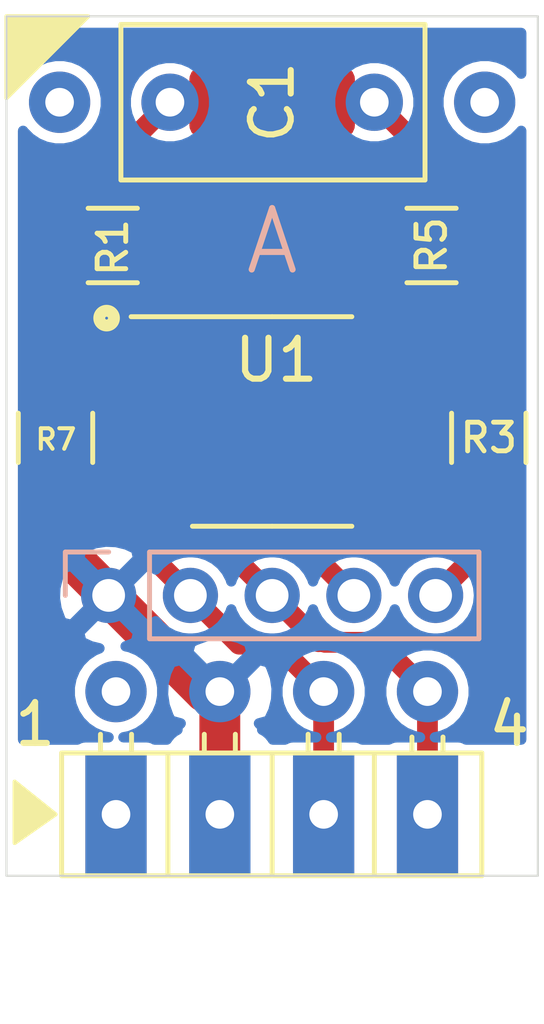
<source format=kicad_pcb>
(kicad_pcb (version 20171130) (host pcbnew "(5.1.2-1)-1")

  (general
    (thickness 0.8)
    (drawings 12)
    (tracks 48)
    (zones 0)
    (modules 10)
    (nets 15)
  )

  (page A4)
  (layers
    (0 F.Cu signal)
    (31 B.Cu signal)
    (32 B.Adhes user hide)
    (33 F.Adhes user hide)
    (36 B.SilkS user)
    (37 F.SilkS user)
    (38 B.Mask user)
    (39 F.Mask user)
    (40 Dwgs.User user)
    (41 Cmts.User user hide)
    (44 Edge.Cuts user)
    (45 Margin user hide)
    (46 B.CrtYd user hide)
    (47 F.CrtYd user)
    (48 B.Fab user hide)
    (49 F.Fab user hide)
  )

  (setup
    (last_trace_width 0.1524)
    (user_trace_width 0.25)
    (user_trace_width 0.28)
    (user_trace_width 0.3)
    (user_trace_width 0.35)
    (user_trace_width 0.4)
    (user_trace_width 0.5)
    (user_trace_width 1)
    (trace_clearance 0.1524)
    (zone_clearance 0.254)
    (zone_45_only no)
    (trace_min 0.1524)
    (via_size 0.508)
    (via_drill 0.254)
    (via_min_size 0.508)
    (via_min_drill 0.254)
    (uvia_size 0.508)
    (uvia_drill 0.254)
    (uvias_allowed no)
    (uvia_min_size 0.2)
    (uvia_min_drill 0.1)
    (edge_width 0.15)
    (segment_width 0.1)
    (pcb_text_width 0.3)
    (pcb_text_size 1.5 1.5)
    (mod_edge_width 0.15)
    (mod_text_size 1 1)
    (mod_text_width 0.15)
    (pad_size 1.5 1.5)
    (pad_drill 0.7)
    (pad_to_mask_clearance 0.051)
    (solder_mask_min_width 0.25)
    (aux_axis_origin 0 0)
    (grid_origin 110 89)
    (visible_elements FFFFFF7F)
    (pcbplotparams
      (layerselection 0x010f0_ffffffff)
      (usegerberextensions false)
      (usegerberattributes false)
      (usegerberadvancedattributes false)
      (creategerberjobfile false)
      (excludeedgelayer true)
      (linewidth 0.100000)
      (plotframeref false)
      (viasonmask false)
      (mode 1)
      (useauxorigin false)
      (hpglpennumber 1)
      (hpglpenspeed 20)
      (hpglpendiameter 15.000000)
      (psnegative false)
      (psa4output false)
      (plotreference true)
      (plotvalue true)
      (plotinvisibletext false)
      (padsonsilk false)
      (subtractmaskfromsilk false)
      (outputformat 1)
      (mirror false)
      (drillshape 0)
      (scaleselection 1)
      (outputdirectory ""))
  )

  (net 0 "")
  (net 1 "Net-(C1-Pad1)")
  (net 2 "Net-(C1-Pad2)")
  (net 3 "Net-(U1-Pad1)")
  (net 4 "Net-(U1-Pad5)")
  (net 5 "Net-(U1-Pad8)")
  (net 6 "Net-(R5-Pad2)")
  (net 7 "Net-(J13-Pad1)")
  (net 8 "Net-(J15-Pad1)")
  (net 9 "Net-(J11-Pad1)")
  (net 10 -in)
  (net 11 out)
  (net 12 +in)
  (net 13 +V)
  (net 14 -V)

  (net_class Default "This is the default net class."
    (clearance 0.1524)
    (trace_width 0.1524)
    (via_dia 0.508)
    (via_drill 0.254)
    (uvia_dia 0.508)
    (uvia_drill 0.254)
  )

  (net_class SMD ""
    (clearance 0.1524)
    (trace_width 0.254)
    (via_dia 0.508)
    (via_drill 0.254)
    (uvia_dia 0.508)
    (uvia_drill 0.254)
  )

  (net_class grounds ""
    (clearance 0.254)
    (trace_width 1)
    (via_dia 0.762)
    (via_drill 0.381)
    (uvia_dia 0.762)
    (uvia_drill 0.381)
  )

  (net_class power ""
    (clearance 0.254)
    (trace_width 1)
    (via_dia 0.762)
    (via_drill 0.254)
    (uvia_dia 0.508)
    (uvia_drill 0.254)
  )

  (net_class signal ""
    (clearance 0.2)
    (trace_width 0.508)
    (via_dia 0.762)
    (via_drill 0.381)
    (uvia_dia 0.762)
    (uvia_drill 0.381)
    (add_net +V)
    (add_net +in)
    (add_net -V)
    (add_net -in)
    (add_net "Net-(C1-Pad1)")
    (add_net "Net-(C1-Pad2)")
    (add_net "Net-(J11-Pad1)")
    (add_net "Net-(J13-Pad1)")
    (add_net "Net-(J15-Pad1)")
    (add_net "Net-(R5-Pad2)")
    (add_net "Net-(U1-Pad1)")
    (add_net "Net-(U1-Pad5)")
    (add_net "Net-(U1-Pad8)")
    (add_net out)
  )

  (net_class soic ""
    (clearance 0.1524)
    (trace_width 0.4)
    (via_dia 0.508)
    (via_drill 0.254)
    (uvia_dia 0.508)
    (uvia_drill 0.254)
  )

  (module "Duallys:R_0805(1206)combo" (layer F.Cu) (tedit 5FE133FD) (tstamp 5FDEA289)
    (at 111.2 78.3 270)
    (descr "Resistor SMD 1206 (3216 Metric), square (rectangular) end terminal, IPC_7351 nominal, (Body size source: http://www.tortai-tech.com/upload/download/2011102023233369053.pdf), generated with kicad-footprint-generator")
    (tags resistor)
    (path /5CA9F7C7)
    (attr smd)
    (fp_text reference R7 (at 0.04 -0.01 180) (layer F.SilkS)
      (effects (font (size 0.5 0.5) (thickness 0.1)))
    )
    (fp_text value 21R5 (at 0 1.82 90) (layer F.Fab)
      (effects (font (size 1 1) (thickness 0.15)))
    )
    (fp_text user %R (at 0 0 90) (layer F.Fab)
      (effects (font (size 0.8 0.8) (thickness 0.12)))
    )
    (fp_line (start 2.28 1.12) (end -2.28 1.12) (layer F.CrtYd) (width 0.05))
    (fp_line (start 2.28 -1.12) (end 2.28 1.12) (layer F.CrtYd) (width 0.05))
    (fp_line (start -2.28 -1.12) (end 2.28 -1.12) (layer F.CrtYd) (width 0.05))
    (fp_line (start -2.28 1.12) (end -2.28 -1.12) (layer F.CrtYd) (width 0.05))
    (fp_line (start -0.602064 0.91) (end 0.602064 0.91) (layer F.SilkS) (width 0.12))
    (fp_line (start -0.602064 -0.91) (end 0.602064 -0.91) (layer F.SilkS) (width 0.12))
    (fp_line (start 1.6 0.8) (end -1.6 0.8) (layer F.Fab) (width 0.1))
    (fp_line (start 1.6 -0.8) (end 1.6 0.8) (layer F.Fab) (width 0.1))
    (fp_line (start -1.6 -0.8) (end 1.6 -0.8) (layer F.Fab) (width 0.1))
    (fp_line (start -1.6 0.8) (end -1.6 -0.8) (layer F.Fab) (width 0.1))
    (pad 2 smd roundrect (at 1.025 0 270) (size 1.15 1.4) (layers F.Cu F.Paste F.Mask) (roundrect_rratio 0.217)
      (net 10 -in))
    (pad 1 smd roundrect (at -1.025 0 270) (size 1.15 1.4) (layers F.Cu F.Paste F.Mask) (roundrect_rratio 0.217)
      (net 1 "Net-(C1-Pad1)"))
    (pad 2 smd roundrect (at 1.4 0 270) (size 1.25 1.75) (layers F.Cu F.Paste F.Mask) (roundrect_rratio 0.2)
      (net 10 -in))
    (pad 1 smd roundrect (at -1.4 0 270) (size 1.25 1.75) (layers F.Cu F.Paste F.Mask) (roundrect_rratio 0.2)
      (net 1 "Net-(C1-Pad1)"))
    (model ${KISYS3DMOD}/Resistor_SMD.3dshapes/R_0805_2012Metric.wrl
      (at (xyz 0 0 0))
      (scale (xyz 1 1 1))
      (rotate (xyz 0 0 0))
    )
  )

  (module Duallys:PinHeader_1x05_P2mm_With (layer B.Cu) (tedit 5FDE3665) (tstamp 5FDE2B43)
    (at 112.5 82.15 270)
    (descr "Through hole straight pin header, 1x05, 2.00mm pitch, single row")
    (tags "Through hole pin header THT 1x05 2.00mm single row")
    (path /5FDED4BE)
    (fp_text reference J1 (at 0 2.06 270) (layer B.SilkS) hide
      (effects (font (size 1 1) (thickness 0.15)) (justify mirror))
    )
    (fp_text value Conn_01x05 (at 0 -10.06 270) (layer B.Fab)
      (effects (font (size 1 1) (thickness 0.15)) (justify mirror))
    )
    (fp_text user %R (at 0 -4) (layer B.Fab)
      (effects (font (size 1 1) (thickness 0.15)) (justify mirror))
    )
    (fp_line (start 1.5 1.5) (end -1.5 1.5) (layer B.CrtYd) (width 0.05))
    (fp_line (start 1.5 -9.5) (end 1.5 1.5) (layer B.CrtYd) (width 0.05))
    (fp_line (start -1.5 -9.5) (end 1.5 -9.5) (layer B.CrtYd) (width 0.05))
    (fp_line (start -1.5 1.5) (end -1.5 -9.5) (layer B.CrtYd) (width 0.05))
    (fp_line (start -1.06 1.06) (end 0 1.06) (layer B.SilkS) (width 0.12))
    (fp_line (start -1.06 0) (end -1.06 1.06) (layer B.SilkS) (width 0.12))
    (fp_line (start -1.06 -1) (end 1.06 -1) (layer B.SilkS) (width 0.12))
    (fp_line (start 1.06 -1) (end 1.06 -9.06) (layer B.SilkS) (width 0.12))
    (fp_line (start -1.06 -1) (end -1.06 -9.06) (layer B.SilkS) (width 0.12))
    (fp_line (start -1.06 -9.06) (end 1.06 -9.06) (layer B.SilkS) (width 0.12))
    (fp_line (start -1 0.5) (end -0.5 1) (layer B.Fab) (width 0.1))
    (fp_line (start -1 -9) (end -1 0.5) (layer B.Fab) (width 0.1))
    (fp_line (start 1 -9) (end -1 -9) (layer B.Fab) (width 0.1))
    (fp_line (start 1 1) (end 1 -9) (layer B.Fab) (width 0.1))
    (fp_line (start -0.5 1) (end 1 1) (layer B.Fab) (width 0.1))
    (pad 5 thru_hole oval (at 0 -8 270) (size 1.35 1.35) (drill 0.8) (layers *.Cu *.Mask)
      (net 11 out))
    (pad 4 thru_hole oval (at 0 -6 270) (size 1.35 1.35) (drill 0.8) (layers *.Cu *.Mask)
      (net 13 +V))
    (pad 3 thru_hole oval (at 0 -4 270) (size 1.35 1.35) (drill 0.8) (layers *.Cu *.Mask)
      (net 14 -V))
    (pad 2 thru_hole oval (at 0 -2 270) (size 1.35 1.35) (drill 0.8) (layers *.Cu *.Mask)
      (net 12 +in))
    (pad 1 thru_hole circle (at 0 0 270) (size 1.35 1.35) (drill 0.8) (layers *.Cu *.Mask)
      (net 10 -in))
    (model ${KIPRJMOD}/lib/3d/tmm-105-03-l-s.stp
      (offset (xyz 0 1 0))
      (scale (xyz 1 1 1))
      (rotate (xyz 90 180 -90))
    )
  )

  (module Duallys:Kemet-33nF (layer F.Cu) (tedit 5FDD33E3) (tstamp 5FDE4A75)
    (at 114 70.1)
    (descr "C, Rect series, Radial, pin pitch=5.00mm, , length*width=7.2*5.5mm^2, Capacitor, http://www.wima.com/EN/WIMA_FKS_2.pdf")
    (tags "C Rect series Radial pin pitch 5.00mm  length 7.2mm width 5.5mm Capacitor")
    (path /5D561DDD)
    (fp_text reference C1 (at 2.5 0 90) (layer F.SilkS)
      (effects (font (size 1 1) (thickness 0.15)))
    )
    (fp_text value 33n (at 2.5 -3.5) (layer F.SilkS) hide
      (effects (font (size 1 1) (thickness 0.15)))
    )
    (fp_line (start 6.35 -2) (end -1.3 -2) (layer F.CrtYd) (width 0.05))
    (fp_line (start 6.35 2) (end 6.35 -2) (layer F.CrtYd) (width 0.05))
    (fp_line (start -1.3 2) (end 6.35 2) (layer F.CrtYd) (width 0.05))
    (fp_line (start -1.3 -2) (end -1.3 2) (layer F.CrtYd) (width 0.05))
    (fp_line (start 6.24 -1.9) (end 6.24 1.9) (layer F.SilkS) (width 0.12))
    (fp_line (start -1.2 -1.9) (end -1.2 1.9) (layer F.SilkS) (width 0.12))
    (fp_line (start -1.2 1.9) (end 6.24 1.9) (layer F.SilkS) (width 0.12))
    (fp_line (start -1.2 -1.9) (end 6.24 -1.9) (layer F.SilkS) (width 0.12))
    (fp_line (start 6.1 -1.75) (end -1.1 -1.75) (layer F.Fab) (width 0.1))
    (fp_line (start 6.1 1.75) (end 6.1 -1.75) (layer F.Fab) (width 0.1))
    (fp_line (start -1.1 1.75) (end 6.1 1.75) (layer F.Fab) (width 0.1))
    (fp_line (start -1.1 -1.75) (end -1.1 1.75) (layer F.Fab) (width 0.1))
    (pad 2 smd roundrect (at 3.9 0) (size 1.25 1.75) (layers F.Cu F.Paste F.Mask) (roundrect_rratio 0.25)
      (net 2 "Net-(C1-Pad2)"))
    (pad 1 smd roundrect (at 1.1 0) (size 1.25 1.75) (layers F.Cu F.Paste F.Mask) (roundrect_rratio 0.25)
      (net 1 "Net-(C1-Pad1)"))
    (pad 2 thru_hole circle (at 5 0) (size 1.4 1.4) (drill 0.7) (layers *.Cu *.Mask)
      (net 2 "Net-(C1-Pad2)"))
    (pad 1 thru_hole circle (at 0 0) (size 1.4 1.4) (drill 0.7) (layers *.Cu *.Mask)
      (net 1 "Net-(C1-Pad1)"))
    (model ${KIPRJMOD}/Lib/3D/Kem-PHE-33n.step
      (at (xyz 0 0 0))
      (scale (xyz 1 1 1))
      (rotate (xyz 0 0 0))
    )
  )

  (module Package_SO:SOIC-8_3.9x4.9mm_P1.27mm (layer F.Cu) (tedit 5C97300E) (tstamp 5FD66487)
    (at 116.5 77.9)
    (descr "SOIC, 8 Pin (JEDEC MS-012AA, https://www.analog.com/media/en/package-pcb-resources/package/pkg_pdf/soic_narrow-r/r_8.pdf), generated with kicad-footprint-generator ipc_gullwing_generator.py")
    (tags "SOIC SO")
    (path /5CA2286C)
    (attr smd)
    (fp_text reference U1 (at 0.1 -1.5) (layer F.SilkS)
      (effects (font (size 1 1) (thickness 0.15)))
    )
    (fp_text value OPA1611 (at 0 3.4) (layer F.Fab)
      (effects (font (size 1 1) (thickness 0.15)))
    )
    (fp_line (start 0 2.56) (end 1.95 2.56) (layer F.SilkS) (width 0.12))
    (fp_line (start 0 2.56) (end -1.95 2.56) (layer F.SilkS) (width 0.12))
    (fp_line (start 0 -2.56) (end 1.95 -2.56) (layer F.SilkS) (width 0.12))
    (fp_line (start 0 -2.56) (end -3.45 -2.56) (layer F.SilkS) (width 0.12))
    (fp_line (start -0.975 -2.45) (end 1.95 -2.45) (layer F.Fab) (width 0.1))
    (fp_line (start 1.95 -2.45) (end 1.95 2.45) (layer F.Fab) (width 0.1))
    (fp_line (start 1.95 2.45) (end -1.95 2.45) (layer F.Fab) (width 0.1))
    (fp_line (start -1.95 2.45) (end -1.95 -1.475) (layer F.Fab) (width 0.1))
    (fp_line (start -1.95 -1.475) (end -0.975 -2.45) (layer F.Fab) (width 0.1))
    (fp_line (start -3.7 -2.7) (end -3.7 2.7) (layer F.CrtYd) (width 0.05))
    (fp_line (start -3.7 2.7) (end 3.7 2.7) (layer F.CrtYd) (width 0.05))
    (fp_line (start 3.7 2.7) (end 3.7 -2.7) (layer F.CrtYd) (width 0.05))
    (fp_line (start 3.7 -2.7) (end -3.7 -2.7) (layer F.CrtYd) (width 0.05))
    (fp_text user %R (at 0 0) (layer F.Fab)
      (effects (font (size 0.5 0.5) (thickness 0.1)))
    )
    (pad 1 smd roundrect (at -2.475 -1.905) (size 1.95 0.6) (layers F.Cu F.Paste F.Mask) (roundrect_rratio 0.25)
      (net 3 "Net-(U1-Pad1)"))
    (pad 2 smd roundrect (at -2.475 -0.635) (size 1.95 0.6) (layers F.Cu F.Paste F.Mask) (roundrect_rratio 0.25)
      (net 1 "Net-(C1-Pad1)"))
    (pad 3 smd roundrect (at -2.475 0.635) (size 1.95 0.6) (layers F.Cu F.Paste F.Mask) (roundrect_rratio 0.25)
      (net 12 +in))
    (pad 4 smd roundrect (at -2.475 1.905) (size 1.95 0.6) (layers F.Cu F.Paste F.Mask) (roundrect_rratio 0.25)
      (net 14 -V))
    (pad 5 smd roundrect (at 2.475 1.905) (size 1.95 0.6) (layers F.Cu F.Paste F.Mask) (roundrect_rratio 0.25)
      (net 4 "Net-(U1-Pad5)"))
    (pad 6 smd roundrect (at 2.475 0.635) (size 1.95 0.6) (layers F.Cu F.Paste F.Mask) (roundrect_rratio 0.25)
      (net 6 "Net-(R5-Pad2)"))
    (pad 7 smd roundrect (at 2.475 -0.635) (size 1.95 0.6) (layers F.Cu F.Paste F.Mask) (roundrect_rratio 0.25)
      (net 13 +V))
    (pad 8 smd roundrect (at 2.475 -1.905) (size 1.95 0.6) (layers F.Cu F.Paste F.Mask) (roundrect_rratio 0.25)
      (net 5 "Net-(U1-Pad8)"))
    (model ${KISYS3DMOD}/Package_SO.3dshapes/SOIC-8_3.9x4.9mm_P1.27mm.wrl
      (at (xyz 0 0 0))
      (scale (xyz 1 1 1))
      (rotate (xyz 0 0 0))
    )
  )

  (module Resistor_SMD:R_1206_3216Metric (layer F.Cu) (tedit 5B301BBD) (tstamp 5FDE37E2)
    (at 112.6 73.6 180)
    (descr "Resistor SMD 1206 (3216 Metric), square (rectangular) end terminal, IPC_7351 nominal, (Body size source: http://www.tortai-tech.com/upload/download/2011102023233369053.pdf), generated with kicad-footprint-generator")
    (tags resistor)
    (path /5D561CE0)
    (attr smd)
    (fp_text reference R1 (at 0 -0.05 270) (layer F.SilkS)
      (effects (font (size 0.7 0.7) (thickness 0.12)))
    )
    (fp_text value 2k26 (at 0 1.82) (layer F.Fab)
      (effects (font (size 1 1) (thickness 0.15)))
    )
    (fp_text user %R (at 0 0) (layer F.Fab)
      (effects (font (size 0.8 0.8) (thickness 0.12)))
    )
    (fp_line (start 2.28 1.12) (end -2.28 1.12) (layer F.CrtYd) (width 0.05))
    (fp_line (start 2.28 -1.12) (end 2.28 1.12) (layer F.CrtYd) (width 0.05))
    (fp_line (start -2.28 -1.12) (end 2.28 -1.12) (layer F.CrtYd) (width 0.05))
    (fp_line (start -2.28 1.12) (end -2.28 -1.12) (layer F.CrtYd) (width 0.05))
    (fp_line (start -0.602064 0.91) (end 0.602064 0.91) (layer F.SilkS) (width 0.12))
    (fp_line (start -0.602064 -0.91) (end 0.602064 -0.91) (layer F.SilkS) (width 0.12))
    (fp_line (start 1.6 0.8) (end -1.6 0.8) (layer F.Fab) (width 0.1))
    (fp_line (start 1.6 -0.8) (end 1.6 0.8) (layer F.Fab) (width 0.1))
    (fp_line (start -1.6 -0.8) (end 1.6 -0.8) (layer F.Fab) (width 0.1))
    (fp_line (start -1.6 0.8) (end -1.6 -0.8) (layer F.Fab) (width 0.1))
    (pad 2 smd roundrect (at 1.4 0 180) (size 1.25 1.75) (layers F.Cu F.Paste F.Mask) (roundrect_rratio 0.2)
      (net 1 "Net-(C1-Pad1)"))
    (pad 1 smd roundrect (at -1.4 0 180) (size 1.25 1.75) (layers F.Cu F.Paste F.Mask) (roundrect_rratio 0.2)
      (net 2 "Net-(C1-Pad2)"))
    (model ${KISYS3DMOD}/Resistor_SMD.3dshapes/R_1206_3216Metric.wrl
      (at (xyz 0 0 0))
      (scale (xyz 1 1 1))
      (rotate (xyz 0 0 0))
    )
  )

  (module Resistor_SMD:R_1206_3216Metric (layer F.Cu) (tedit 5B301BBD) (tstamp 5FD79CE3)
    (at 121.8 78.3 90)
    (descr "Resistor SMD 1206 (3216 Metric), square (rectangular) end terminal, IPC_7351 nominal, (Body size source: http://www.tortai-tech.com/upload/download/2011102023233369053.pdf), generated with kicad-footprint-generator")
    (tags resistor)
    (path /5D9AC618)
    (attr smd)
    (fp_text reference R3 (at 0 0 180) (layer F.SilkS)
      (effects (font (size 0.7 0.7) (thickness 0.12)))
    )
    (fp_text value 3k (at 0 1.82 90) (layer F.Fab)
      (effects (font (size 1 1) (thickness 0.15)))
    )
    (fp_line (start -1.6 0.8) (end -1.6 -0.8) (layer F.Fab) (width 0.1))
    (fp_line (start -1.6 -0.8) (end 1.6 -0.8) (layer F.Fab) (width 0.1))
    (fp_line (start 1.6 -0.8) (end 1.6 0.8) (layer F.Fab) (width 0.1))
    (fp_line (start 1.6 0.8) (end -1.6 0.8) (layer F.Fab) (width 0.1))
    (fp_line (start -0.602064 -0.91) (end 0.602064 -0.91) (layer F.SilkS) (width 0.12))
    (fp_line (start -0.602064 0.91) (end 0.602064 0.91) (layer F.SilkS) (width 0.12))
    (fp_line (start -2.28 1.12) (end -2.28 -1.12) (layer F.CrtYd) (width 0.05))
    (fp_line (start -2.28 -1.12) (end 2.28 -1.12) (layer F.CrtYd) (width 0.05))
    (fp_line (start 2.28 -1.12) (end 2.28 1.12) (layer F.CrtYd) (width 0.05))
    (fp_line (start 2.28 1.12) (end -2.28 1.12) (layer F.CrtYd) (width 0.05))
    (fp_text user %R (at 0 0 90) (layer F.Fab)
      (effects (font (size 0.8 0.8) (thickness 0.12)))
    )
    (pad 1 smd roundrect (at -1.4 0 90) (size 1.25 1.75) (layers F.Cu F.Paste F.Mask) (roundrect_rratio 0.2)
      (net 11 out))
    (pad 2 smd roundrect (at 1.4 0 90) (size 1.25 1.75) (layers F.Cu F.Paste F.Mask) (roundrect_rratio 0.2)
      (net 2 "Net-(C1-Pad2)"))
    (model ${KISYS3DMOD}/Resistor_SMD.3dshapes/R_1206_3216Metric.wrl
      (at (xyz 0 0 0))
      (scale (xyz 1 1 1))
      (rotate (xyz 0 0 0))
    )
  )

  (module Resistor_SMD:R_1206_3216Metric (layer F.Cu) (tedit 5B301BBD) (tstamp 5FDEA460)
    (at 120.4 73.6 180)
    (descr "Resistor SMD 1206 (3216 Metric), square (rectangular) end terminal, IPC_7351 nominal, (Body size source: http://www.tortai-tech.com/upload/download/2011102023233369053.pdf), generated with kicad-footprint-generator")
    (tags resistor)
    (path /64983F7D)
    (attr smd)
    (fp_text reference R5 (at 0 0 270) (layer F.SilkS)
      (effects (font (size 0.7 0.7) (thickness 0.12)))
    )
    (fp_text value 75 (at 0 1.82) (layer F.Fab)
      (effects (font (size 1 1) (thickness 0.15)))
    )
    (fp_text user %R (at 0 0) (layer F.Fab)
      (effects (font (size 0.8 0.8) (thickness 0.12)))
    )
    (fp_line (start 2.28 1.12) (end -2.28 1.12) (layer F.CrtYd) (width 0.05))
    (fp_line (start 2.28 -1.12) (end 2.28 1.12) (layer F.CrtYd) (width 0.05))
    (fp_line (start -2.28 -1.12) (end 2.28 -1.12) (layer F.CrtYd) (width 0.05))
    (fp_line (start -2.28 1.12) (end -2.28 -1.12) (layer F.CrtYd) (width 0.05))
    (fp_line (start -0.602064 0.91) (end 0.602064 0.91) (layer F.SilkS) (width 0.12))
    (fp_line (start -0.602064 -0.91) (end 0.602064 -0.91) (layer F.SilkS) (width 0.12))
    (fp_line (start 1.6 0.8) (end -1.6 0.8) (layer F.Fab) (width 0.1))
    (fp_line (start 1.6 -0.8) (end 1.6 0.8) (layer F.Fab) (width 0.1))
    (fp_line (start -1.6 -0.8) (end 1.6 -0.8) (layer F.Fab) (width 0.1))
    (fp_line (start -1.6 0.8) (end -1.6 -0.8) (layer F.Fab) (width 0.1))
    (pad 2 smd roundrect (at 1.4 0 180) (size 1.25 1.75) (layers F.Cu F.Paste F.Mask) (roundrect_rratio 0.2)
      (net 6 "Net-(R5-Pad2)"))
    (pad 1 smd roundrect (at -1.4 0 180) (size 1.25 1.75) (layers F.Cu F.Paste F.Mask) (roundrect_rratio 0.2)
      (net 2 "Net-(C1-Pad2)"))
    (model ${KISYS3DMOD}/Resistor_SMD.3dshapes/R_1206_3216Metric.wrl
      (at (xyz 0 0 0))
      (scale (xyz 1 1 1))
      (rotate (xyz 0 0 0))
    )
  )

  (module Duallys:Combo-4P-Preci-A (layer F.Cu) (tedit 5FD78565) (tstamp 5FDA6194)
    (at 112.68 84.5)
    (descr "Through hole angled pin header, 1x04, 2.54mm pitch, 6mm pin length, single row")
    (tags "Through hole angled pin header THT 1x04 2.54mm single row")
    (path /5F616F58)
    (fp_text reference J11 (at 3.86 -1.67) (layer F.SilkS) hide
      (effects (font (size 1 1) (thickness 0.15)))
    )
    (fp_text value Conn_01x04 (at 4.14 8.96) (layer F.Fab)
      (effects (font (size 1 1) (thickness 0.15)))
    )
    (fp_line (start 8.89 2.135) (end 8.88 4.5) (layer F.Fab) (width 0.1))
    (fp_line (start 8.88 4.5) (end -1.28 4.5) (layer F.Fab) (width 0.1))
    (fp_line (start -1.28 4.5) (end -1.28 1.55) (layer F.Fab) (width 0.1))
    (fp_line (start -1.28 1.55) (end 8.27 1.55) (layer F.Fab) (width 0.1))
    (fp_line (start 8.27 1.55) (end 8.89 2.135) (layer F.Fab) (width 0.1))
    (fp_line (start 7.94 0) (end 7.94 1.5) (layer F.Fab) (width 0.1))
    (fp_line (start 7.94 0) (end 7.3 0) (layer F.Fab) (width 0.1))
    (fp_line (start 7.3 0) (end 7.3 1.5) (layer F.Fab) (width 0.1))
    (fp_line (start 7.94 4.54) (end 7.94 8) (layer F.Fab) (width 0.1))
    (fp_line (start 7.94 8) (end 7.3 8) (layer F.Fab) (width 0.1))
    (fp_line (start 7.3 4.54) (end 7.3 8) (layer F.Fab) (width 0.1))
    (fp_line (start 5.4 0) (end 5.4 1.5) (layer F.Fab) (width 0.1))
    (fp_line (start 5.4 0) (end 4.76 0) (layer F.Fab) (width 0.1))
    (fp_line (start 4.76 0) (end 4.76 1.5) (layer F.Fab) (width 0.1))
    (fp_line (start 5.4 4.54) (end 5.4 8) (layer F.Fab) (width 0.1))
    (fp_line (start 5.4 8) (end 4.76 8) (layer F.Fab) (width 0.1))
    (fp_line (start 4.76 4.54) (end 4.76 8) (layer F.Fab) (width 0.1))
    (fp_line (start 2.86 0) (end 2.86 1.5) (layer F.Fab) (width 0.1))
    (fp_line (start 2.86 0) (end 2.22 0) (layer F.Fab) (width 0.1))
    (fp_line (start 2.22 0) (end 2.22 1.5) (layer F.Fab) (width 0.1))
    (fp_line (start 2.86 4.54) (end 2.86 8) (layer F.Fab) (width 0.1))
    (fp_line (start 2.86 8) (end 2.22 8) (layer F.Fab) (width 0.1))
    (fp_line (start 2.22 4.54) (end 2.22 8) (layer F.Fab) (width 0.1))
    (fp_line (start 0.32 0) (end 0.32 1.5) (layer F.Fab) (width 0.1))
    (fp_line (start 0.32 0) (end -0.32 0) (layer F.Fab) (width 0.1))
    (fp_line (start -0.32 0) (end -0.32 1.5) (layer F.Fab) (width 0.1))
    (fp_line (start 0.32 4.54) (end 0.32 8) (layer F.Fab) (width 0.1))
    (fp_line (start 0.32 8) (end -0.32 8) (layer F.Fab) (width 0.1))
    (fp_line (start -0.32 4.54) (end -0.32 8) (layer F.Fab) (width 0.1))
    (fp_line (start 8.95 1.5) (end -1.33 1.5) (layer F.SilkS) (width 0.12))
    (fp_line (start -1.33 1.5) (end -1.33 4.5) (layer F.SilkS) (width 0.12))
    (fp_line (start -1.33 4.5) (end 8.95 4.5) (layer F.SilkS) (width 0.12))
    (fp_line (start 8.95 4.5) (end 8.95 1.5) (layer F.SilkS) (width 0.12))
    (fp_line (start 8 1.11) (end 8 1.44) (layer F.SilkS) (width 0.12))
    (fp_line (start 7.24 1.11) (end 7.24 1.44) (layer F.SilkS) (width 0.12))
    (fp_line (start 6.32 1.5) (end 6.32 4.5) (layer F.SilkS) (width 0.12))
    (fp_line (start 5.46 1.042929) (end 5.46 1.44) (layer F.SilkS) (width 0.12))
    (fp_line (start 4.7 1.042929) (end 4.7 1.44) (layer F.SilkS) (width 0.12))
    (fp_line (start 3.82 1.5) (end 3.82 4.5) (layer F.SilkS) (width 0.12))
    (fp_line (start 2.92 1.042929) (end 2.92 1.44) (layer F.SilkS) (width 0.12))
    (fp_line (start 2.16 1.042929) (end 2.16 1.44) (layer F.SilkS) (width 0.12))
    (fp_line (start 1.27 1.5) (end 1.27 4.5) (layer F.SilkS) (width 0.12))
    (fp_line (start 0.38 1.042929) (end 0.38 1.44) (layer F.SilkS) (width 0.12))
    (fp_line (start -0.38 1.042929) (end -0.38 1.44) (layer F.SilkS) (width 0.12))
    (fp_line (start 8.92 -0.9) (end -1.33 -0.9) (layer F.CrtYd) (width 0.05))
    (fp_line (start -1.33 -0.9) (end -1.33 8.1) (layer F.CrtYd) (width 0.05))
    (fp_line (start -1.33 8.1) (end 8.92 8.1) (layer F.CrtYd) (width 0.05))
    (fp_line (start 8.92 8.1) (end 8.92 -0.9) (layer F.CrtYd) (width 0.05))
    (fp_text user %R (at 3.82 5.94) (layer F.Fab)
      (effects (font (size 1 1) (thickness 0.15)))
    )
    (pad 4 thru_hole circle (at 7.62 0 270) (size 1.5 1.5) (drill 0.7) (layers *.Cu *.Mask)
      (net 14 -V))
    (pad 3 thru_hole circle (at 5.08 0 270) (size 1.5 1.5) (drill 0.7) (layers *.Cu *.Mask)
      (net 12 +in))
    (pad 2 thru_hole circle (at 2.54 0 270) (size 1.5 1.5) (drill 0.7) (layers *.Cu *.Mask)
      (net 10 -in))
    (pad 1 thru_hole circle (at 0 0 270) (size 1.5 1.5) (drill 0.7) (layers *.Cu *.Mask)
      (net 9 "Net-(J11-Pad1)"))
    (pad 4 thru_hole rect (at 7.62 3 270) (size 3 1.5) (drill 0.7) (layers *.Cu *.Mask)
      (net 14 -V))
    (pad 3 thru_hole rect (at 5.08 3 270) (size 3 1.5) (drill 0.7) (layers *.Cu *.Mask)
      (net 12 +in))
    (pad 2 thru_hole rect (at 2.54 3 270) (size 3 1.5) (drill 0.7) (layers *.Cu *.Mask)
      (net 10 -in))
    (pad 1 thru_hole rect (at 0 3 270) (size 3 1.5) (drill 0.7) (layers *.Cu *.Mask)
      (net 9 "Net-(J11-Pad1)"))
    (model ${KIPRJMOD}/lib/3d/preci-dip_399.stp
      (offset (xyz 3.81 -1.55 1.27))
      (scale (xyz 1 1 1))
      (rotate (xyz 0 180 180))
    )
  )

  (module Duallys:ThruPin-3325 (layer F.Cu) (tedit 5FD4F26B) (tstamp 5FDE4AAB)
    (at 111.3 70.1)
    (descr "THT pad as test Point, diameter 1.5mm, hole diameter 0.7mm")
    (tags "test point THT pad")
    (path /5FD7825F)
    (fp_text reference J13 (at 0 -1.648) (layer F.Fab)
      (effects (font (size 1 1) (thickness 0.15)))
    )
    (fp_text value Tie (at 0 1.75) (layer F.Fab)
      (effects (font (size 1 1) (thickness 0.15)))
    )
    (fp_text user %R (at 0 -1.65) (layer F.Fab)
      (effects (font (size 1 1) (thickness 0.15)))
    )
    (pad 1 thru_hole circle (at 0 0) (size 1.5 1.5) (drill 0.7) (layers *.Cu *.Mask)
      (net 7 "Net-(J13-Pad1)"))
    (model ${KIPRJMOD}/lib/3d/MillMax-3325-0.step
      (at (xyz 0 0 0))
      (scale (xyz 1 1 1))
      (rotate (xyz 0 0 0))
    )
  )

  (module Duallys:ThruPin-3325 (layer F.Cu) (tedit 5FD4F26B) (tstamp 5FDD8709)
    (at 121.7 70.1)
    (descr "THT pad as test Point, diameter 1.5mm, hole diameter 0.7mm")
    (tags "test point THT pad")
    (path /5FD78C55)
    (fp_text reference J15 (at 0 -1.648) (layer F.Fab)
      (effects (font (size 1 1) (thickness 0.15)))
    )
    (fp_text value Tie (at 0 1.75) (layer F.Fab)
      (effects (font (size 1 1) (thickness 0.15)))
    )
    (fp_text user %R (at 0 -1.65) (layer F.Fab)
      (effects (font (size 1 1) (thickness 0.15)))
    )
    (pad 1 thru_hole circle (at 0 0) (size 1.5 1.5) (drill 0.7) (layers *.Cu *.Mask)
      (net 8 "Net-(J15-Pad1)"))
    (model ${KIPRJMOD}/lib/3d/MillMax-3325-0.step
      (at (xyz 0 0 0))
      (scale (xyz 1 1 1))
      (rotate (xyz 0 0 0))
    )
  )

  (gr_circle (center 112.45 75.375) (end 112.425 75.35) (layer F.SilkS) (width 0.15))
  (gr_circle (center 112.45 75.375) (end 112.4 75.275) (layer F.SilkS) (width 0.15))
  (gr_circle (center 112.45 75.375) (end 112.2 75.375) (layer F.SilkS) (width 0.15))
  (gr_text A (at 116.5 73.5) (layer B.SilkS)
    (effects (font (size 1.5 1.5) (thickness 0.15)) (justify mirror))
  )
  (gr_poly (pts (xy 110 70) (xy 112 68) (xy 110 68)) (layer F.SilkS) (width 0.1))
  (gr_poly (pts (xy 111.2 87.5) (xy 110.2 86.7) (xy 110.2 88.2)) (layer F.SilkS) (width 0.1))
  (gr_text 4 (at 122.3 85.3) (layer F.SilkS)
    (effects (font (size 1 1) (thickness 0.15)))
  )
  (gr_text 1 (at 110.7 85.3) (layer F.SilkS)
    (effects (font (size 1 1) (thickness 0.15)))
  )
  (gr_line (start 123 89) (end 110 89) (layer Edge.Cuts) (width 0.05) (tstamp 5F6292F4))
  (gr_line (start 123 68) (end 123 89) (layer Edge.Cuts) (width 0.05))
  (gr_line (start 110 68) (end 123 68) (layer Edge.Cuts) (width 0.05))
  (gr_line (start 110 68) (end 110 89) (layer Edge.Cuts) (width 0.05) (tstamp 5F61711C))

  (segment (start 114 70.1) (end 115.1 70.1) (width 0.508) (layer F.Cu) (net 1))
  (segment (start 111.565 77.265) (end 111.2 76.9) (width 1) (layer F.Cu) (net 1))
  (segment (start 114.025 77.265) (end 111.565 77.265) (width 1) (layer F.Cu) (net 1))
  (segment (start 111.2 76.9) (end 111.2 73.6) (width 0.508) (layer F.Cu) (net 1))
  (segment (start 111.2 72.9) (end 114 70.1) (width 0.508) (layer F.Cu) (net 1))
  (segment (start 111.2 73.6) (end 111.2 72.9) (width 0.508) (layer F.Cu) (net 1))
  (segment (start 119 70.1) (end 117.9 70.1) (width 0.508) (layer F.Cu) (net 2))
  (segment (start 121.8 72.9) (end 119 70.1) (width 0.508) (layer F.Cu) (net 2))
  (segment (start 121.8 73.6) (end 121.8 72.9) (width 0.508) (layer F.Cu) (net 2))
  (segment (start 117.5 70.1) (end 117.9 70.1) (width 0.508) (layer F.Cu) (net 2))
  (segment (start 114 73.6) (end 117.5 70.1) (width 0.508) (layer F.Cu) (net 2))
  (segment (start 121.8 76.9) (end 121.8 73.6) (width 0.508) (layer F.Cu) (net 2))
  (segment (start 120.05 78.535) (end 118.975 78.535) (width 0.508) (layer F.Cu) (net 6))
  (segment (start 120.40401 78.18099) (end 120.05 78.535) (width 0.508) (layer F.Cu) (net 6))
  (segment (start 120.40401 75.00401) (end 120.40401 78.18099) (width 0.508) (layer F.Cu) (net 6))
  (segment (start 119 73.6) (end 120.40401 75.00401) (width 0.508) (layer F.Cu) (net 6))
  (segment (start 111.2 80.85) (end 112.5 82.15) (width 1) (layer F.Cu) (net 10))
  (segment (start 111.2 79.7) (end 111.2 80.85) (width 1) (layer F.Cu) (net 10))
  (segment (start 114.85 84.5) (end 115.22 84.5) (width 1) (layer F.Cu) (net 10))
  (segment (start 112.5 82.15) (end 114.85 84.5) (width 1) (layer F.Cu) (net 10))
  (segment (start 115.22 87.5) (end 115.22 84.5) (width 1) (layer F.Cu) (net 10))
  (segment (start 121.8 80.85) (end 120.5 82.15) (width 0.508) (layer F.Cu) (net 11))
  (segment (start 121.8 79.7) (end 121.8 80.85) (width 0.508) (layer F.Cu) (net 11))
  (segment (start 112.95 78.535) (end 114.025 78.535) (width 0.508) (layer F.Cu) (net 12))
  (segment (start 112.52901 78.95599) (end 112.95 78.535) (width 0.508) (layer F.Cu) (net 12))
  (segment (start 112.52901 80.17901) (end 112.52901 78.95599) (width 0.5) (layer F.Cu) (net 12))
  (segment (start 114.5 82.15) (end 112.52901 80.17901) (width 0.5) (layer F.Cu) (net 12))
  (segment (start 114.5 82.15) (end 115.69 83.34) (width 0.508) (layer F.Cu) (net 12))
  (segment (start 117.76 87.5) (end 117.76 84.5) (width 0.508) (layer F.Cu) (net 12))
  (segment (start 116.6 83.34) (end 117.76 84.5) (width 0.508) (layer F.Cu) (net 12))
  (segment (start 115.69 83.34) (end 116.6 83.34) (width 0.508) (layer F.Cu) (net 12))
  (segment (start 118.5 82.15) (end 117.2 80.85) (width 0.5) (layer F.Cu) (net 13))
  (segment (start 117.9 77.265) (end 118.975 77.265) (width 0.5) (layer F.Cu) (net 13))
  (segment (start 117.2 77.965) (end 117.9 77.265) (width 0.5) (layer F.Cu) (net 13))
  (segment (start 117.2 80.85) (end 117.2 77.965) (width 0.5) (layer F.Cu) (net 13))
  (segment (start 120.3 84.5) (end 120.3 84.35) (width 0.508) (layer F.Cu) (net 14))
  (segment (start 120.32 84.5) (end 120.3 84.5) (width 0.508) (layer F.Cu) (net 14))
  (segment (start 114.03 79.8) (end 114.025 79.805) (width 0.508) (layer F.Cu) (net 14))
  (segment (start 116.5 82.15) (end 116.5 82.230037) (width 0.5) (layer F.Cu) (net 14))
  (segment (start 114.155 79.805) (end 116.5 82.15) (width 0.5) (layer F.Cu) (net 14))
  (segment (start 114.025 79.805) (end 114.155 79.805) (width 0.5) (layer F.Cu) (net 14))
  (segment (start 116.5 82.15) (end 117.629001 83.279001) (width 0.508) (layer F.Cu) (net 14))
  (segment (start 120.3 87.5) (end 120.3 84.5) (width 0.508) (layer F.Cu) (net 14))
  (segment (start 119.550001 83.750001) (end 120.3 84.5) (width 0.508) (layer F.Cu) (net 14))
  (segment (start 117.795999 83.295999) (end 119.095999 83.295999) (width 0.508) (layer F.Cu) (net 14))
  (segment (start 119.095999 83.295999) (end 119.550001 83.750001) (width 0.508) (layer F.Cu) (net 14))
  (segment (start 117.779001 83.279001) (end 117.795999 83.295999) (width 0.508) (layer F.Cu) (net 14))
  (segment (start 117.629001 83.279001) (end 117.779001 83.279001) (width 0.508) (layer F.Cu) (net 14))

  (zone (net 10) (net_name -in) (layer B.Cu) (tstamp 0) (hatch edge 0.508)
    (connect_pads (clearance 0.254))
    (min_thickness 0.254)
    (fill yes (arc_segments 32) (thermal_gap 0.508) (thermal_bridge_width 0.508))
    (polygon
      (pts
        (xy 110 68) (xy 110 85.8) (xy 123 85.8) (xy 123 68)
      )
    )
    (filled_polygon
      (pts
        (xy 122.594 69.40222) (xy 122.578505 69.37903) (xy 122.42097 69.221495) (xy 122.235729 69.097721) (xy 122.0299 69.012464)
        (xy 121.811394 68.969) (xy 121.588606 68.969) (xy 121.3701 69.012464) (xy 121.164271 69.097721) (xy 120.97903 69.221495)
        (xy 120.821495 69.37903) (xy 120.697721 69.564271) (xy 120.612464 69.7701) (xy 120.569 69.988606) (xy 120.569 70.211394)
        (xy 120.612464 70.4299) (xy 120.697721 70.635729) (xy 120.821495 70.82097) (xy 120.97903 70.978505) (xy 121.164271 71.102279)
        (xy 121.3701 71.187536) (xy 121.588606 71.231) (xy 121.811394 71.231) (xy 122.0299 71.187536) (xy 122.235729 71.102279)
        (xy 122.42097 70.978505) (xy 122.578505 70.82097) (xy 122.594 70.79778) (xy 122.594001 85.673) (xy 121.246461 85.673)
        (xy 121.196508 85.646299) (xy 121.124689 85.624513) (xy 121.05 85.617157) (xy 120.480987 85.617157) (xy 120.6299 85.587536)
        (xy 120.835729 85.502279) (xy 121.02097 85.378505) (xy 121.178505 85.22097) (xy 121.302279 85.035729) (xy 121.387536 84.8299)
        (xy 121.431 84.611394) (xy 121.431 84.388606) (xy 121.387536 84.1701) (xy 121.302279 83.964271) (xy 121.178505 83.77903)
        (xy 121.02097 83.621495) (xy 120.835729 83.497721) (xy 120.6299 83.412464) (xy 120.411394 83.369) (xy 120.188606 83.369)
        (xy 119.9701 83.412464) (xy 119.764271 83.497721) (xy 119.57903 83.621495) (xy 119.421495 83.77903) (xy 119.297721 83.964271)
        (xy 119.212464 84.1701) (xy 119.169 84.388606) (xy 119.169 84.611394) (xy 119.212464 84.8299) (xy 119.297721 85.035729)
        (xy 119.421495 85.22097) (xy 119.57903 85.378505) (xy 119.764271 85.502279) (xy 119.9701 85.587536) (xy 120.119013 85.617157)
        (xy 119.55 85.617157) (xy 119.475311 85.624513) (xy 119.403492 85.646299) (xy 119.353539 85.673) (xy 118.706461 85.673)
        (xy 118.656508 85.646299) (xy 118.584689 85.624513) (xy 118.51 85.617157) (xy 117.940987 85.617157) (xy 118.0899 85.587536)
        (xy 118.295729 85.502279) (xy 118.48097 85.378505) (xy 118.638505 85.22097) (xy 118.762279 85.035729) (xy 118.847536 84.8299)
        (xy 118.891 84.611394) (xy 118.891 84.388606) (xy 118.847536 84.1701) (xy 118.762279 83.964271) (xy 118.638505 83.77903)
        (xy 118.48097 83.621495) (xy 118.295729 83.497721) (xy 118.0899 83.412464) (xy 117.871394 83.369) (xy 117.648606 83.369)
        (xy 117.4301 83.412464) (xy 117.224271 83.497721) (xy 117.03903 83.621495) (xy 116.881495 83.77903) (xy 116.757721 83.964271)
        (xy 116.672464 84.1701) (xy 116.629 84.388606) (xy 116.629 84.611394) (xy 116.672464 84.8299) (xy 116.757721 85.035729)
        (xy 116.881495 85.22097) (xy 117.03903 85.378505) (xy 117.224271 85.502279) (xy 117.4301 85.587536) (xy 117.579013 85.617157)
        (xy 117.01 85.617157) (xy 116.935311 85.624513) (xy 116.863492 85.646299) (xy 116.813539 85.673) (xy 116.515233 85.673)
        (xy 116.500537 85.645506) (xy 116.421185 85.548815) (xy 116.324494 85.469463) (xy 116.254985 85.432309) (xy 116.293451 85.393843)
        (xy 116.176995 85.277387) (xy 116.41586 85.211863) (xy 116.53176 84.964884) (xy 116.59725 84.70004) (xy 116.609812 84.427508)
        (xy 116.568965 84.157762) (xy 116.476277 83.901168) (xy 116.41586 83.788137) (xy 116.176993 83.722612) (xy 115.399605 84.5)
        (xy 115.413748 84.514143) (xy 115.234143 84.693748) (xy 115.22 84.679605) (xy 115.205858 84.693748) (xy 115.026253 84.514143)
        (xy 115.040395 84.5) (xy 114.263007 83.722612) (xy 114.02414 83.788137) (xy 113.90824 84.035116) (xy 113.84275 84.29996)
        (xy 113.830188 84.572492) (xy 113.871035 84.842238) (xy 113.963723 85.098832) (xy 114.02414 85.211863) (xy 114.263005 85.277387)
        (xy 114.146549 85.393843) (xy 114.185015 85.432309) (xy 114.115506 85.469463) (xy 114.018815 85.548815) (xy 113.939463 85.645506)
        (xy 113.924767 85.673) (xy 113.626461 85.673) (xy 113.576508 85.646299) (xy 113.504689 85.624513) (xy 113.43 85.617157)
        (xy 112.860987 85.617157) (xy 113.0099 85.587536) (xy 113.215729 85.502279) (xy 113.40097 85.378505) (xy 113.558505 85.22097)
        (xy 113.682279 85.035729) (xy 113.767536 84.8299) (xy 113.811 84.611394) (xy 113.811 84.388606) (xy 113.767536 84.1701)
        (xy 113.682279 83.964271) (xy 113.558505 83.77903) (xy 113.40097 83.621495) (xy 113.283505 83.543007) (xy 114.442612 83.543007)
        (xy 115.22 84.320395) (xy 115.997388 83.543007) (xy 115.931863 83.30414) (xy 115.684884 83.18824) (xy 115.42004 83.12275)
        (xy 115.147508 83.110188) (xy 114.877762 83.151035) (xy 114.621168 83.243723) (xy 114.508137 83.30414) (xy 114.442612 83.543007)
        (xy 113.283505 83.543007) (xy 113.215729 83.497721) (xy 113.0099 83.412464) (xy 112.914205 83.393429) (xy 113.072633 83.335259)
        (xy 113.16737 83.284621) (xy 113.223795 83.0534) (xy 112.5 82.329605) (xy 111.776205 83.0534) (xy 111.83263 83.284621)
        (xy 112.066808 83.393017) (xy 112.275353 83.443425) (xy 112.144271 83.497721) (xy 111.95903 83.621495) (xy 111.801495 83.77903)
        (xy 111.677721 83.964271) (xy 111.592464 84.1701) (xy 111.549 84.388606) (xy 111.549 84.611394) (xy 111.592464 84.8299)
        (xy 111.677721 85.035729) (xy 111.801495 85.22097) (xy 111.95903 85.378505) (xy 112.144271 85.502279) (xy 112.3501 85.587536)
        (xy 112.499013 85.617157) (xy 111.93 85.617157) (xy 111.855311 85.624513) (xy 111.783492 85.646299) (xy 111.733539 85.673)
        (xy 110.406 85.673) (xy 110.406 82.225465) (xy 111.185826 82.225465) (xy 111.2258 82.480398) (xy 111.314741 82.722633)
        (xy 111.365379 82.81737) (xy 111.5966 82.873795) (xy 112.320395 82.15) (xy 112.679605 82.15) (xy 113.4034 82.873795)
        (xy 113.634621 82.81737) (xy 113.651566 82.780762) (xy 113.749683 82.900317) (xy 113.910479 83.03228) (xy 114.093931 83.130337)
        (xy 114.292988 83.19072) (xy 114.448128 83.206) (xy 114.551872 83.206) (xy 114.707012 83.19072) (xy 114.906069 83.130337)
        (xy 115.089521 83.03228) (xy 115.250317 82.900317) (xy 115.38228 82.739521) (xy 115.480337 82.556069) (xy 115.5 82.491248)
        (xy 115.519663 82.556069) (xy 115.61772 82.739521) (xy 115.749683 82.900317) (xy 115.910479 83.03228) (xy 116.093931 83.130337)
        (xy 116.292988 83.19072) (xy 116.448128 83.206) (xy 116.551872 83.206) (xy 116.707012 83.19072) (xy 116.906069 83.130337)
        (xy 117.089521 83.03228) (xy 117.250317 82.900317) (xy 117.38228 82.739521) (xy 117.480337 82.556069) (xy 117.5 82.491248)
        (xy 117.519663 82.556069) (xy 117.61772 82.739521) (xy 117.749683 82.900317) (xy 117.910479 83.03228) (xy 118.093931 83.130337)
        (xy 118.292988 83.19072) (xy 118.448128 83.206) (xy 118.551872 83.206) (xy 118.707012 83.19072) (xy 118.906069 83.130337)
        (xy 119.089521 83.03228) (xy 119.250317 82.900317) (xy 119.38228 82.739521) (xy 119.480337 82.556069) (xy 119.5 82.491248)
        (xy 119.519663 82.556069) (xy 119.61772 82.739521) (xy 119.749683 82.900317) (xy 119.910479 83.03228) (xy 120.093931 83.130337)
        (xy 120.292988 83.19072) (xy 120.448128 83.206) (xy 120.551872 83.206) (xy 120.707012 83.19072) (xy 120.906069 83.130337)
        (xy 121.089521 83.03228) (xy 121.250317 82.900317) (xy 121.38228 82.739521) (xy 121.480337 82.556069) (xy 121.54072 82.357012)
        (xy 121.561109 82.15) (xy 121.54072 81.942988) (xy 121.480337 81.743931) (xy 121.38228 81.560479) (xy 121.250317 81.399683)
        (xy 121.089521 81.26772) (xy 120.906069 81.169663) (xy 120.707012 81.10928) (xy 120.551872 81.094) (xy 120.448128 81.094)
        (xy 120.292988 81.10928) (xy 120.093931 81.169663) (xy 119.910479 81.26772) (xy 119.749683 81.399683) (xy 119.61772 81.560479)
        (xy 119.519663 81.743931) (xy 119.5 81.808752) (xy 119.480337 81.743931) (xy 119.38228 81.560479) (xy 119.250317 81.399683)
        (xy 119.089521 81.26772) (xy 118.906069 81.169663) (xy 118.707012 81.10928) (xy 118.551872 81.094) (xy 118.448128 81.094)
        (xy 118.292988 81.10928) (xy 118.093931 81.169663) (xy 117.910479 81.26772) (xy 117.749683 81.399683) (xy 117.61772 81.560479)
        (xy 117.519663 81.743931) (xy 117.5 81.808752) (xy 117.480337 81.743931) (xy 117.38228 81.560479) (xy 117.250317 81.399683)
        (xy 117.089521 81.26772) (xy 116.906069 81.169663) (xy 116.707012 81.10928) (xy 116.551872 81.094) (xy 116.448128 81.094)
        (xy 116.292988 81.10928) (xy 116.093931 81.169663) (xy 115.910479 81.26772) (xy 115.749683 81.399683) (xy 115.61772 81.560479)
        (xy 115.519663 81.743931) (xy 115.5 81.808752) (xy 115.480337 81.743931) (xy 115.38228 81.560479) (xy 115.250317 81.399683)
        (xy 115.089521 81.26772) (xy 114.906069 81.169663) (xy 114.707012 81.10928) (xy 114.551872 81.094) (xy 114.448128 81.094)
        (xy 114.292988 81.10928) (xy 114.093931 81.169663) (xy 113.910479 81.26772) (xy 113.749683 81.399683) (xy 113.653154 81.517303)
        (xy 113.634621 81.48263) (xy 113.4034 81.426205) (xy 112.679605 82.15) (xy 112.320395 82.15) (xy 111.5966 81.426205)
        (xy 111.365379 81.48263) (xy 111.256983 81.716808) (xy 111.196355 81.967633) (xy 111.185826 82.225465) (xy 110.406 82.225465)
        (xy 110.406 81.2466) (xy 111.776205 81.2466) (xy 112.5 81.970395) (xy 113.223795 81.2466) (xy 113.16737 81.015379)
        (xy 112.933192 80.906983) (xy 112.682367 80.846355) (xy 112.424535 80.835826) (xy 112.169602 80.8758) (xy 111.927367 80.964741)
        (xy 111.83263 81.015379) (xy 111.776205 81.2466) (xy 110.406 81.2466) (xy 110.406 70.79778) (xy 110.421495 70.82097)
        (xy 110.57903 70.978505) (xy 110.764271 71.102279) (xy 110.9701 71.187536) (xy 111.188606 71.231) (xy 111.411394 71.231)
        (xy 111.6299 71.187536) (xy 111.835729 71.102279) (xy 112.02097 70.978505) (xy 112.178505 70.82097) (xy 112.302279 70.635729)
        (xy 112.387536 70.4299) (xy 112.431 70.211394) (xy 112.431 69.993531) (xy 112.919 69.993531) (xy 112.919 70.206469)
        (xy 112.960543 70.415316) (xy 113.042031 70.612045) (xy 113.160333 70.789097) (xy 113.310903 70.939667) (xy 113.487955 71.057969)
        (xy 113.684684 71.139457) (xy 113.893531 71.181) (xy 114.106469 71.181) (xy 114.315316 71.139457) (xy 114.512045 71.057969)
        (xy 114.689097 70.939667) (xy 114.839667 70.789097) (xy 114.957969 70.612045) (xy 115.039457 70.415316) (xy 115.081 70.206469)
        (xy 115.081 69.993531) (xy 117.919 69.993531) (xy 117.919 70.206469) (xy 117.960543 70.415316) (xy 118.042031 70.612045)
        (xy 118.160333 70.789097) (xy 118.310903 70.939667) (xy 118.487955 71.057969) (xy 118.684684 71.139457) (xy 118.893531 71.181)
        (xy 119.106469 71.181) (xy 119.315316 71.139457) (xy 119.512045 71.057969) (xy 119.689097 70.939667) (xy 119.839667 70.789097)
        (xy 119.957969 70.612045) (xy 120.039457 70.415316) (xy 120.081 70.206469) (xy 120.081 69.993531) (xy 120.039457 69.784684)
        (xy 119.957969 69.587955) (xy 119.839667 69.410903) (xy 119.689097 69.260333) (xy 119.512045 69.142031) (xy 119.315316 69.060543)
        (xy 119.106469 69.019) (xy 118.893531 69.019) (xy 118.684684 69.060543) (xy 118.487955 69.142031) (xy 118.310903 69.260333)
        (xy 118.160333 69.410903) (xy 118.042031 69.587955) (xy 117.960543 69.784684) (xy 117.919 69.993531) (xy 115.081 69.993531)
        (xy 115.039457 69.784684) (xy 114.957969 69.587955) (xy 114.839667 69.410903) (xy 114.689097 69.260333) (xy 114.512045 69.142031)
        (xy 114.315316 69.060543) (xy 114.106469 69.019) (xy 113.893531 69.019) (xy 113.684684 69.060543) (xy 113.487955 69.142031)
        (xy 113.310903 69.260333) (xy 113.160333 69.410903) (xy 113.042031 69.587955) (xy 112.960543 69.784684) (xy 112.919 69.993531)
        (xy 112.431 69.993531) (xy 112.431 69.988606) (xy 112.387536 69.7701) (xy 112.302279 69.564271) (xy 112.178505 69.37903)
        (xy 112.02097 69.221495) (xy 111.835729 69.097721) (xy 111.6299 69.012464) (xy 111.411394 68.969) (xy 111.188606 68.969)
        (xy 110.9701 69.012464) (xy 110.764271 69.097721) (xy 110.57903 69.221495) (xy 110.421495 69.37903) (xy 110.406 69.40222)
        (xy 110.406 68.406) (xy 122.594 68.406)
      )
    )
  )
)

</source>
